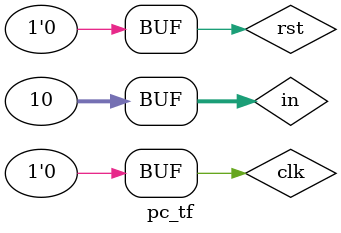
<source format=v>
`timescale 1ns / 1ps


module pc_tf;

	// Inputs
	reg clk;
	reg rst;
	reg [31:0] in;
	
	//Outputs
	wire [31:0] out;

	// Instantiate the Unit Under Test (UUT)
	PC uut (
		.clk(clk), 
		.rst(rst), 
		.in(in), 
		.out(out)
	);

	initial begin
		// Initialize Inputs
		clk = 0;
		rst = 1;
		in = 0;
		#10;
		rst = 0;
		// Wait 100 ns for global reset to finish
		#100;
        
		// Add stimulus here
		#10 clk =1;
		#5  in = 10;
		#5  clk =0;
		#10 clk =1;
		#10 clk =0;
		#10 clk =1;
		#10 clk =0;
		
				
	end
      
endmodule


</source>
